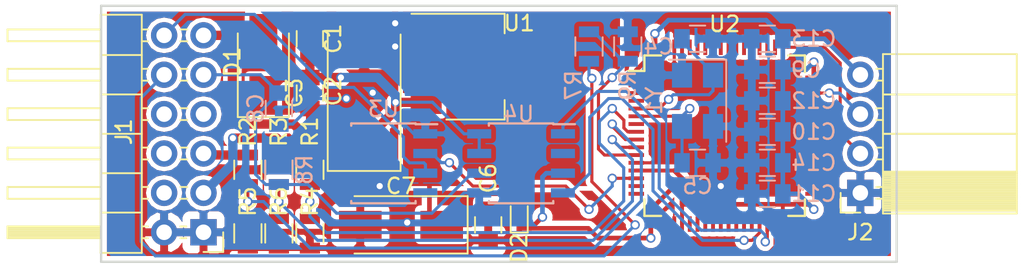
<source format=kicad_pcb>
(kicad_pcb (version 4) (host pcbnew 4.0.7-e2-6376~58~ubuntu16.04.1)
  (layers (0 F.Cu signal) (31 B.Cu signal) (34 B.Paste user) (35 F.Paste user) (36 B.SilkS user) (37 F.SilkS user) (38 B.Mask user) (39 F.Mask user) (44 Edge.Cuts user))
  (net 0 "")
  (net 1 GND)
  (net 2 "Net-(C4-Pad1)")
  (net 3 "Net-(C5-Pad1)")
  (net 4 /+3V3)
  (net 5 /ECU_solenoid)
  (net 6 /ECU_Vbatt)
  (net 7 /+3V3_STM)
  (net 8 /ECU_AUX)
  (net 9 /ECU_IGN)
  (net 10 /ECU_HALL_sensor+)
  (net 11 "Net-(J2-Pad2)")
  (net 12 "Net-(J2-Pad3)")
  (net 13 /ADC_Vbatt)
  (net 14 /ADC_IGN)
  (net 15 /ADC_AUX)
  (net 16 "Net-(R7-Pad1)")
  (net 17 /solenoid_driver)
  (net 18 /Kbus_Vbatt)
  (net 19 /ECU_Kbus)
  (net 20 /ECU_P/N)
  (net 21 "Net-(J1-Pad6)")
  (net 22 "Net-(J1-Pad7)")
  (net 23 /Transmission_control_module)
  (net 24 "Net-(U2-Pad2)")
  (net 25 "Net-(U2-Pad3)")
  (net 26 "Net-(U2-Pad4)")
  (net 27 "Net-(U2-Pad7)")
  (net 28 "Net-(U2-Pad15)")
  (net 29 "Net-(U2-Pad16)")
  (net 30 "Net-(U2-Pad17)")
  (net 31 "Net-(U2-Pad20)")
  (net 32 "Net-(U2-Pad21)")
  (net 33 "Net-(U2-Pad22)")
  (net 34 "Net-(U2-Pad23)")
  (net 35 "Net-(U2-Pad24)")
  (net 36 "Net-(U2-Pad25)")
  (net 37 "Net-(U2-Pad26)")
  (net 38 "Net-(U2-Pad27)")
  (net 39 "Net-(U2-Pad28)")
  (net 40 /stm2Kbus_UART_TX)
  (net 41 /stm2Kbus_UART_RX)
  (net 42 "Net-(U2-Pad33)")
  (net 43 "Net-(U2-Pad34)")
  (net 44 "Net-(U2-Pad35)")
  (net 45 "Net-(U2-Pad36)")
  (net 46 "Net-(U2-Pad37)")
  (net 47 "Net-(U2-Pad38)")
  (net 48 "Net-(U2-Pad39)")
  (net 49 "Net-(U2-Pad40)")
  (net 50 "Net-(U2-Pad41)")
  (net 51 "Net-(U2-Pad42)")
  (net 52 "Net-(U2-Pad43)")
  (net 53 "Net-(U2-Pad44)")
  (net 54 "Net-(U2-Pad45)")
  (net 55 "Net-(U2-Pad50)")
  (net 56 "Net-(U2-Pad51)")
  (net 57 "Net-(U2-Pad52)")
  (net 58 "Net-(U2-Pad53)")
  (net 59 "Net-(U2-Pad54)")
  (net 60 "Net-(U2-Pad55)")
  (net 61 "Net-(U2-Pad56)")
  (net 62 "Net-(U2-Pad57)")
  (net 63 "Net-(U2-Pad58)")
  (net 64 "Net-(U2-Pad59)")
  (net 65 "Net-(U2-Pad60)")
  (net 66 "Net-(U2-Pad61)")
  (net 67 "Net-(U2-Pad62)")
  (net 68 "Net-(U3-Pad4)")
  (net 69 "Net-(U4-Pad2)")
  (module Capacitors_SMD:C_0805 (layer F.Cu) (at 111 81.5 90)
    (fp_text reference C1 (at 0 1.5 90) (layer F.SilkS))
    (fp_text value 10nF)
    (pad 1 smd rect (at -1 0 90) (size 1 1.25) (layers F.Cu F.Paste F.Mask) (net 18 /Kbus_Vbatt))
    (pad 2 smd rect (at 1 0 90) (size 1 1.25) (layers F.Cu F.Paste F.Mask) (net 1 GND))
  )
  (module Capacitors_SMD:C_0805 (layer F.Cu) (at 111 85 270)
    (fp_text reference C3 (at 0 1 270) (layer F.SilkS))
    (fp_text value 100nF)
    (pad 1 smd rect (at -1 0 270) (size 1 1.25) (layers F.Cu F.Paste F.Mask) (net 18 /Kbus_Vbatt))
    (pad 2 smd rect (at 1 0 270) (size 1 1.25) (layers F.Cu F.Paste F.Mask) (net 1 GND))
  )
  (module Capacitors_SMD:C_0805 (layer B.Cu) (at 136 81.5)
    (fp_text reference C4 (at -2.5 0.5) (layer B.SilkS) (effects (justify mirror)))
    (fp_text value 16pF)
    (pad 1 smd rect (at -1 0) (size 1 1.25) (layers B.Cu B.Paste B.Mask) (net 2 "Net-(C4-Pad1)"))
    (pad 2 smd rect (at 1 0) (size 1 1.25) (layers B.Cu B.Paste B.Mask) (net 1 GND))
  )
  (module Capacitors_SMD:C_0805 (layer B.Cu) (at 136 89.5)
    (fp_text reference C5 (at 0 1.5) (layer B.SilkS) (effects (justify mirror)))
    (fp_text value 16pF)
    (pad 1 smd rect (at -1 0) (size 1 1.25) (layers B.Cu B.Paste B.Mask) (net 3 "Net-(C5-Pad1)"))
    (pad 2 smd rect (at 1 0) (size 1 1.25) (layers B.Cu B.Paste B.Mask) (net 1 GND))
  )
  (module Capacitors_SMD:C_0805 (layer F.Cu) (at 122.5 93.5 270)
    (fp_text reference C6 (at -3 0 270) (layer F.SilkS))
    (fp_text value 10uF)
    (pad 1 smd rect (at -1 0 270) (size 1 1.25) (layers F.Cu F.Paste F.Mask) (net 4 /+3V3))
    (pad 2 smd rect (at 1 0 270) (size 1 1.25) (layers F.Cu F.Paste F.Mask) (net 1 GND))
  )
  (module Capacitors_SMD:C_0805 (layer B.Cu) (at 140.5 83.5 180)
    (fp_text reference C9 (at -2.5 0 180) (layer B.SilkS) (effects (justify mirror)))
    (fp_text value 4.7uF)
    (pad 1 smd rect (at -1 0 180) (size 1 1.25) (layers B.Cu B.Paste B.Mask) (net 7 /+3V3_STM))
    (pad 2 smd rect (at 1 0 180) (size 1 1.25) (layers B.Cu B.Paste B.Mask) (net 1 GND))
  )
  (module Diodes_SMD:D_SMA (layer F.Cu) (at 108 83.153 90)
    (fp_text reference D1 (at 0.153 -2 90) (layer F.SilkS))
    (fp_text value SS22A-SS210A-Galaxy)
    (pad 1 smd rect (at -2 0 90) (size 2.5 1.8) (layers F.Cu F.Paste F.Mask) (net 18 /Kbus_Vbatt))
    (pad 2 smd rect (at 2 0 90) (size 2.5 1.8) (layers F.Cu F.Paste F.Mask) (net 6 /ECU_Vbatt))
  )
  (module Diodes_SMD:D_SC-80 (layer F.Cu) (at 124.5 93 90)
    (fp_text reference D2 (at -2 0 90) (layer F.SilkS))
    (fp_text value PMLL4148L.115)
    (pad 2 smd rect (at 0.725 0 90) (size 0.35 0.35) (layers F.Cu F.Paste F.Mask) (net 4 /+3V3))
    (pad 1 smd rect (at -0.725 0 90) (size 0.35 0.35) (layers F.Cu F.Paste F.Mask) (net 7 /+3V3_STM))
  )
  (module Pin_Headers:Pin_Header_Angled_2x06_Pitch2.54mm (layer F.Cu) (at 104.14 93.98 180)
    (fp_text reference J1 (at 5.14 6.48 270) (layer F.SilkS))
    (fp_text value Conn_02x06_Odd_Even)
    (pad 1 thru_hole rect (at 0 0 180) (size 1.7 1.7) (drill 1) (layers *.Cu *.Mask) (net 1 GND))
    (pad 2 thru_hole oval (at 2.54 0 180) (size 1.7 1.7) (drill 1) (layers *.Cu *.Mask) (net 1 GND))
    (pad 3 thru_hole oval (at 0 2.54 180) (size 1.7 1.7) (drill 1) (layers *.Cu *.Mask) (net 8 /ECU_AUX))
    (pad 4 thru_hole oval (at 2.54 2.54 180) (size 1.7 1.7) (drill 1) (layers *.Cu *.Mask) (net 20 /ECU_P/N))
    (pad 5 thru_hole oval (at 0 5.08 180) (size 1.7 1.7) (drill 1) (layers *.Cu *.Mask) (net 9 /ECU_IGN))
    (pad 6 thru_hole oval (at 2.54 5.08 180) (size 1.7 1.7) (drill 1) (layers *.Cu *.Mask) (net 21 "Net-(J1-Pad6)"))
    (pad 7 thru_hole oval (at 0 7.62 180) (size 1.7 1.7) (drill 1) (layers *.Cu *.Mask) (net 22 "Net-(J1-Pad7)"))
    (pad 8 thru_hole oval (at 2.54 7.62 180) (size 1.7 1.7) (drill 1) (layers *.Cu *.Mask) (net 23 /Transmission_control_module))
    (pad 9 thru_hole oval (at 0 10.16 180) (size 1.7 1.7) (drill 1) (layers *.Cu *.Mask) (net 19 /ECU_Kbus))
    (pad 10 thru_hole oval (at 2.54 10.16 180) (size 1.7 1.7) (drill 1) (layers *.Cu *.Mask) (net 10 /ECU_HALL_sensor+))
    (pad 11 thru_hole oval (at 0 12.7 180) (size 1.7 1.7) (drill 1) (layers *.Cu *.Mask) (net 6 /ECU_Vbatt))
    (pad 12 thru_hole oval (at 2.54 12.7 180) (size 1.7 1.7) (drill 1) (layers *.Cu *.Mask) (net 5 /ECU_solenoid))
  )
  (module Resistors_SMD:R_0805 (layer F.Cu) (at 111 89.95 90)
    (fp_text reference R1 (at 2.45 0 90) (layer F.SilkS))
    (fp_text value 9k)
    (pad 1 smd rect (at -0.95 0 90) (size 0.7 1.3) (layers F.Cu F.Paste F.Mask) (net 13 /ADC_Vbatt))
    (pad 2 smd rect (at 0.95 0 90) (size 0.7 1.3) (layers F.Cu F.Paste F.Mask) (net 6 /ECU_Vbatt))
  )
  (module Resistors_SMD:R_0805 (layer F.Cu) (at 107 89.95 90)
    (fp_text reference R2 (at 2.45 0 90) (layer F.SilkS))
    (fp_text value 9k)
    (pad 1 smd rect (at -0.95 0 90) (size 0.7 1.3) (layers F.Cu F.Paste F.Mask) (net 14 /ADC_IGN))
    (pad 2 smd rect (at 0.95 0 90) (size 0.7 1.3) (layers F.Cu F.Paste F.Mask) (net 9 /ECU_IGN))
  )
  (module Resistors_SMD:R_0805 (layer F.Cu) (at 109 89.95 90)
    (fp_text reference R3 (at 2.45 0 90) (layer F.SilkS))
    (fp_text value 9k)
    (pad 1 smd rect (at -0.95 0 90) (size 0.7 1.3) (layers F.Cu F.Paste F.Mask) (net 15 /ADC_AUX))
    (pad 2 smd rect (at 0.95 0 90) (size 0.7 1.3) (layers F.Cu F.Paste F.Mask) (net 8 /ECU_AUX))
  )
  (module Resistors_SMD:R_0805 (layer F.Cu) (at 111 94.05 90)
    (fp_text reference R4 (at 2.05 0 90) (layer F.SilkS))
    (fp_text value 2k2)
    (pad 1 smd rect (at -0.95 0 90) (size 0.7 1.3) (layers F.Cu F.Paste F.Mask) (net 1 GND))
    (pad 2 smd rect (at 0.95 0 90) (size 0.7 1.3) (layers F.Cu F.Paste F.Mask) (net 13 /ADC_Vbatt))
  )
  (module Resistors_SMD:R_0805 (layer F.Cu) (at 107 94.05 90)
    (fp_text reference R5 (at 2.05 0 90) (layer F.SilkS))
    (fp_text value 2k2)
    (pad 1 smd rect (at -0.95 0 90) (size 0.7 1.3) (layers F.Cu F.Paste F.Mask) (net 1 GND))
    (pad 2 smd rect (at 0.95 0 90) (size 0.7 1.3) (layers F.Cu F.Paste F.Mask) (net 14 /ADC_IGN))
  )
  (module Resistors_SMD:R_0805 (layer F.Cu) (at 109 94.05 90)
    (fp_text reference R6 (at 2.05 0 90) (layer F.SilkS))
    (fp_text value 2k2)
    (pad 1 smd rect (at -0.95 0 90) (size 0.7 1.3) (layers F.Cu F.Paste F.Mask) (net 1 GND))
    (pad 2 smd rect (at 0.95 0 90) (size 0.7 1.3) (layers F.Cu F.Paste F.Mask) (net 15 /ADC_AUX))
  )
  (module Resistors_SMD:R_0805 (layer B.Cu) (at 129 82 270)
    (fp_text reference R7 (at 2.5 1 270) (layer B.SilkS) (effects (justify mirror)))
    (fp_text value 1k)
    (pad 1 smd rect (at -0.95 0 270) (size 0.7 1.3) (layers B.Cu B.Paste B.Mask) (net 16 "Net-(R7-Pad1)"))
    (pad 2 smd rect (at 0.95 0 270) (size 0.7 1.3) (layers B.Cu B.Paste B.Mask) (net 10 /ECU_HALL_sensor+))
  )
  (module Resistors_SMD:R_0805 (layer B.Cu) (at 109 89.95 90)
    (fp_text reference R8 (at 0 1.65 90) (layer B.SilkS) (effects (justify mirror)))
    (fp_text value 1k)
    (pad 1 smd rect (at -0.95 0 90) (size 0.7 1.3) (layers B.Cu B.Paste B.Mask) (net 19 /ECU_Kbus))
    (pad 2 smd rect (at 0.95 0 90) (size 0.7 1.3) (layers B.Cu B.Paste B.Mask) (net 18 /Kbus_Vbatt))
  )
  (module TO_SOT_Packages_SMD:SOT-223-3_TabPin2 (layer F.Cu) (at 121.65 83.3)
    (fp_text reference U1 (at 2.85 -2.8) (layer F.SilkS))
    (fp_text value LD1117S33TR_SOT223)
    (pad 2 smd rect (at 3.15 0) (size 2 3.8) (layers F.Cu F.Paste F.Mask) (net 4 /+3V3))
    (pad 2 smd rect (at -3.15 0) (size 2 1.5) (layers F.Cu F.Paste F.Mask) (net 4 /+3V3))
    (pad 3 smd rect (at -3.15 2.3) (size 2 1.5) (layers F.Cu F.Paste F.Mask) (net 18 /Kbus_Vbatt))
    (pad 1 smd rect (at -3.15 -2.3) (size 2 1.5) (layers F.Cu F.Paste F.Mask) (net 1 GND))
  )
  (module Housings_QFP:LQFP-64_10x10mm_Pitch0.5mm (layer F.Cu) (at 137.75 87.75)
    (fp_text reference U2 (at 0 -7.2) (layer F.SilkS))
    (fp_text value STM32F105RBTx)
    (pad 1 smd rect (at -5.7 -3.75) (size 1 0.25) (layers F.Cu F.Paste F.Mask) (net 7 /+3V3_STM))
    (pad 2 smd rect (at -5.7 -3.25) (size 1 0.25) (layers F.Cu F.Paste F.Mask) (net 24 "Net-(U2-Pad2)"))
    (pad 3 smd rect (at -5.7 -2.75) (size 1 0.25) (layers F.Cu F.Paste F.Mask) (net 25 "Net-(U2-Pad3)"))
    (pad 4 smd rect (at -5.7 -2.25) (size 1 0.25) (layers F.Cu F.Paste F.Mask) (net 26 "Net-(U2-Pad4)"))
    (pad 5 smd rect (at -5.7 -1.75) (size 1 0.25) (layers F.Cu F.Paste F.Mask) (net 2 "Net-(C4-Pad1)"))
    (pad 6 smd rect (at -5.7 -1.25) (size 1 0.25) (layers F.Cu F.Paste F.Mask) (net 3 "Net-(C5-Pad1)"))
    (pad 7 smd rect (at -5.7 -0.75) (size 1 0.25) (layers F.Cu F.Paste F.Mask) (net 27 "Net-(U2-Pad7)"))
    (pad 8 smd rect (at -5.7 -0.25) (size 1 0.25) (layers F.Cu F.Paste F.Mask) (net 13 /ADC_Vbatt))
    (pad 9 smd rect (at -5.7 0.25) (size 1 0.25) (layers F.Cu F.Paste F.Mask) (net 14 /ADC_IGN))
    (pad 10 smd rect (at -5.7 0.75) (size 1 0.25) (layers F.Cu F.Paste F.Mask) (net 15 /ADC_AUX))
    (pad 11 smd rect (at -5.7 1.25) (size 1 0.25) (layers F.Cu F.Paste F.Mask) (net 16 "Net-(R7-Pad1)"))
    (pad 12 smd rect (at -5.7 1.75) (size 1 0.25) (layers F.Cu F.Paste F.Mask) (net 1 GND))
    (pad 13 smd rect (at -5.7 2.25) (size 1 0.25) (layers F.Cu F.Paste F.Mask) (net 7 /+3V3_STM))
    (pad 14 smd rect (at -5.7 2.75) (size 1 0.25) (layers F.Cu F.Paste F.Mask) (net 17 /solenoid_driver))
    (pad 15 smd rect (at -5.7 3.25) (size 1 0.25) (layers F.Cu F.Paste F.Mask) (net 28 "Net-(U2-Pad15)"))
    (pad 16 smd rect (at -5.7 3.75) (size 1 0.25) (layers F.Cu F.Paste F.Mask) (net 29 "Net-(U2-Pad16)"))
    (pad 17 smd rect (at -3.75 5.7 90) (size 1 0.25) (layers F.Cu F.Paste F.Mask) (net 30 "Net-(U2-Pad17)"))
    (pad 18 smd rect (at -3.25 5.7 90) (size 1 0.25) (layers F.Cu F.Paste F.Mask) (net 1 GND))
    (pad 19 smd rect (at -2.75 5.7 90) (size 1 0.25) (layers F.Cu F.Paste F.Mask) (net 7 /+3V3_STM))
    (pad 20 smd rect (at -2.25 5.7 90) (size 1 0.25) (layers F.Cu F.Paste F.Mask) (net 31 "Net-(U2-Pad20)"))
    (pad 21 smd rect (at -1.75 5.7 90) (size 1 0.25) (layers F.Cu F.Paste F.Mask) (net 32 "Net-(U2-Pad21)"))
    (pad 22 smd rect (at -1.25 5.7 90) (size 1 0.25) (layers F.Cu F.Paste F.Mask) (net 33 "Net-(U2-Pad22)"))
    (pad 23 smd rect (at -0.75 5.7 90) (size 1 0.25) (layers F.Cu F.Paste F.Mask) (net 34 "Net-(U2-Pad23)"))
    (pad 24 smd rect (at -0.25 5.7 90) (size 1 0.25) (layers F.Cu F.Paste F.Mask) (net 35 "Net-(U2-Pad24)"))
    (pad 25 smd rect (at 0.25 5.7 90) (size 1 0.25) (layers F.Cu F.Paste F.Mask) (net 36 "Net-(U2-Pad25)"))
    (pad 26 smd rect (at 0.75 5.7 90) (size 1 0.25) (layers F.Cu F.Paste F.Mask) (net 37 "Net-(U2-Pad26)"))
    (pad 27 smd rect (at 1.25 5.7 90) (size 1 0.25) (layers F.Cu F.Paste F.Mask) (net 38 "Net-(U2-Pad27)"))
    (pad 28 smd rect (at 1.75 5.7 90) (size 1 0.25) (layers F.Cu F.Paste F.Mask) (net 39 "Net-(U2-Pad28)"))
    (pad 29 smd rect (at 2.25 5.7 90) (size 1 0.25) (layers F.Cu F.Paste F.Mask) (net 40 /stm2Kbus_UART_TX))
    (pad 30 smd rect (at 2.75 5.7 90) (size 1 0.25) (layers F.Cu F.Paste F.Mask) (net 41 /stm2Kbus_UART_RX))
    (pad 31 smd rect (at 3.25 5.7 90) (size 1 0.25) (layers F.Cu F.Paste F.Mask) (net 1 GND))
    (pad 32 smd rect (at 3.75 5.7 90) (size 1 0.25) (layers F.Cu F.Paste F.Mask) (net 7 /+3V3_STM))
    (pad 33 smd rect (at 5.7 3.75) (size 1 0.25) (layers F.Cu F.Paste F.Mask) (net 42 "Net-(U2-Pad33)"))
    (pad 34 smd rect (at 5.7 3.25) (size 1 0.25) (layers F.Cu F.Paste F.Mask) (net 43 "Net-(U2-Pad34)"))
    (pad 35 smd rect (at 5.7 2.75) (size 1 0.25) (layers F.Cu F.Paste F.Mask) (net 44 "Net-(U2-Pad35)"))
    (pad 36 smd rect (at 5.7 2.25) (size 1 0.25) (layers F.Cu F.Paste F.Mask) (net 45 "Net-(U2-Pad36)"))
    (pad 37 smd rect (at 5.7 1.75) (size 1 0.25) (layers F.Cu F.Paste F.Mask) (net 46 "Net-(U2-Pad37)"))
    (pad 38 smd rect (at 5.7 1.25) (size 1 0.25) (layers F.Cu F.Paste F.Mask) (net 47 "Net-(U2-Pad38)"))
    (pad 39 smd rect (at 5.7 0.75) (size 1 0.25) (layers F.Cu F.Paste F.Mask) (net 48 "Net-(U2-Pad39)"))
    (pad 40 smd rect (at 5.7 0.25) (size 1 0.25) (layers F.Cu F.Paste F.Mask) (net 49 "Net-(U2-Pad40)"))
    (pad 41 smd rect (at 5.7 -0.25) (size 1 0.25) (layers F.Cu F.Paste F.Mask) (net 50 "Net-(U2-Pad41)"))
    (pad 42 smd rect (at 5.7 -0.75) (size 1 0.25) (layers F.Cu F.Paste F.Mask) (net 51 "Net-(U2-Pad42)"))
    (pad 43 smd rect (at 5.7 -1.25) (size 1 0.25) (layers F.Cu F.Paste F.Mask) (net 52 "Net-(U2-Pad43)"))
    (pad 44 smd rect (at 5.7 -1.75) (size 1 0.25) (layers F.Cu F.Paste F.Mask) (net 53 "Net-(U2-Pad44)"))
    (pad 45 smd rect (at 5.7 -2.25) (size 1 0.25) (layers F.Cu F.Paste F.Mask) (net 54 "Net-(U2-Pad45)"))
    (pad 46 smd rect (at 5.7 -2.75) (size 1 0.25) (layers F.Cu F.Paste F.Mask) (net 12 "Net-(J2-Pad3)"))
    (pad 47 smd rect (at 5.7 -3.25) (size 1 0.25) (layers F.Cu F.Paste F.Mask) (net 1 GND))
    (pad 48 smd rect (at 5.7 -3.75) (size 1 0.25) (layers F.Cu F.Paste F.Mask) (net 7 /+3V3_STM))
    (pad 49 smd rect (at 3.75 -5.7 90) (size 1 0.25) (layers F.Cu F.Paste F.Mask) (net 11 "Net-(J2-Pad2)"))
    (pad 50 smd rect (at 3.25 -5.7 90) (size 1 0.25) (layers F.Cu F.Paste F.Mask) (net 55 "Net-(U2-Pad50)"))
    (pad 51 smd rect (at 2.75 -5.7 90) (size 1 0.25) (layers F.Cu F.Paste F.Mask) (net 56 "Net-(U2-Pad51)"))
    (pad 52 smd rect (at 2.25 -5.7 90) (size 1 0.25) (layers F.Cu F.Paste F.Mask) (net 57 "Net-(U2-Pad52)"))
    (pad 53 smd rect (at 1.75 -5.7 90) (size 1 0.25) (layers F.Cu F.Paste F.Mask) (net 58 "Net-(U2-Pad53)"))
    (pad 54 smd rect (at 1.25 -5.7 90) (size 1 0.25) (layers F.Cu F.Paste F.Mask) (net 59 "Net-(U2-Pad54)"))
    (pad 55 smd rect (at 0.75 -5.7 90) (size 1 0.25) (layers F.Cu F.Paste F.Mask) (net 60 "Net-(U2-Pad55)"))
    (pad 56 smd rect (at 0.25 -5.7 90) (size 1 0.25) (layers F.Cu F.Paste F.Mask) (net 61 "Net-(U2-Pad56)"))
    (pad 57 smd rect (at -0.25 -5.7 90) (size 1 0.25) (layers F.Cu F.Paste F.Mask) (net 62 "Net-(U2-Pad57)"))
    (pad 58 smd rect (at -0.75 -5.7 90) (size 1 0.25) (layers F.Cu F.Paste F.Mask) (net 63 "Net-(U2-Pad58)"))
    (pad 59 smd rect (at -1.25 -5.7 90) (size 1 0.25) (layers F.Cu F.Paste F.Mask) (net 64 "Net-(U2-Pad59)"))
    (pad 60 smd rect (at -1.75 -5.7 90) (size 1 0.25) (layers F.Cu F.Paste F.Mask) (net 65 "Net-(U2-Pad60)"))
    (pad 61 smd rect (at -2.25 -5.7 90) (size 1 0.25) (layers F.Cu F.Paste F.Mask) (net 66 "Net-(U2-Pad61)"))
    (pad 62 smd rect (at -2.75 -5.7 90) (size 1 0.25) (layers F.Cu F.Paste F.Mask) (net 67 "Net-(U2-Pad62)"))
    (pad 63 smd rect (at -3.25 -5.7 90) (size 1 0.25) (layers F.Cu F.Paste F.Mask) (net 1 GND))
    (pad 64 smd rect (at -3.75 -5.7 90) (size 1 0.25) (layers F.Cu F.Paste F.Mask) (net 7 /+3V3_STM))
  )
  (module Housings_SOIC:SOIC-8_3.9x4.9mm_Pitch1.27mm (layer B.Cu) (at 124.62 89.535 180)
    (fp_text reference U4 (at 0.16 3.175 180) (layer B.SilkS) (effects (justify mirror)))
    (fp_text value E-L9637D)
    (pad 1 smd rect (at -2.7 1.905 180) (size 1.55 0.6) (layers B.Cu B.Paste B.Mask) (net 41 /stm2Kbus_UART_RX))
    (pad 2 smd rect (at -2.7 0.635 180) (size 1.55 0.6) (layers B.Cu B.Paste B.Mask) (net 69 "Net-(U4-Pad2)"))
    (pad 3 smd rect (at -2.7 -0.635 180) (size 1.55 0.6) (layers B.Cu B.Paste B.Mask) (net 7 /+3V3_STM))
    (pad 4 smd rect (at -2.7 -1.905 180) (size 1.55 0.6) (layers B.Cu B.Paste B.Mask) (net 40 /stm2Kbus_UART_TX))
    (pad 5 smd rect (at 2.7 -1.905 180) (size 1.55 0.6) (layers B.Cu B.Paste B.Mask) (net 1 GND))
    (pad 6 smd rect (at 2.7 -0.635 180) (size 1.55 0.6) (layers B.Cu B.Paste B.Mask) (net 19 /ECU_Kbus))
    (pad 7 smd rect (at 2.7 0.635 180) (size 1.55 0.6) (layers B.Cu B.Paste B.Mask) (net 18 /Kbus_Vbatt))
    (pad 8 smd rect (at 2.7 1.905 180) (size 1.55 0.6) (layers B.Cu B.Paste B.Mask) (net 18 /Kbus_Vbatt))
  )
  (module Crystals:Crystal_SMD_5032-4pin_5.0x3.2mm (layer B.Cu) (at 136 85.5 270)
    (fp_text reference Y1 (at 0 2.8 270) (layer B.SilkS) (effects (justify mirror)))
    (fp_text value "Crystal KX-9A")
    (pad 1 smd rect (at -1.65 -1 270) (size 1.6 1.3) (layers B.Cu B.Paste B.Mask) (net 2 "Net-(C4-Pad1)"))
    (pad 2 smd rect (at 1.65 -1 270) (size 1.6 1.3) (layers B.Cu B.Paste B.Mask) (net 1 GND))
    (pad 3 smd rect (at 1.65 1 270) (size 1.6 1.3) (layers B.Cu B.Paste B.Mask) (net 3 "Net-(C5-Pad1)"))
    (pad 4 smd rect (at -1.65 1 270) (size 1.6 1.3) (layers B.Cu B.Paste B.Mask) (net 1 GND))
  )
  (module Capacitors_Tantalum_SMD:CP_Tantalum_Case-X_EIA-7343-43_Wave (layer F.Cu) (at 114.5 84.875 90)
    (fp_text reference C2 (at 0 -2 90) (layer F.SilkS))
    (fp_text value "220uF x 30V")
    (pad 1 smd rect (at -3.375 0 90) (size 2.95 2.7) (layers F.Cu F.Paste F.Mask) (net 18 /Kbus_Vbatt))
    (pad 2 smd rect (at 3.375 0 90) (size 2.95 2.7) (layers F.Cu F.Paste F.Mask) (net 1 GND))
  )
  (module Capacitors_Tantalum_SMD:CP_Tantalum_Case-C_EIA-6032-28_Wave (layer F.Cu) (at 116.875 93.5 180)
    (fp_text reference C7 (at 0 2.5 180) (layer F.SilkS))
    (fp_text value "47uF x 16V")
    (pad 1 smd rect (at -2.625 0 180) (size 2.75 1.8) (layers F.Cu F.Paste F.Mask) (net 4 /+3V3))
    (pad 2 smd rect (at 2.625 0 180) (size 2.75 1.8) (layers F.Cu F.Paste F.Mask) (net 1 GND))
  )
  (module Resistors_SMD:R_0805 (layer B.Cu) (at 131.5 82 270)
    (fp_text reference R9 (at 2.5 0 270) (layer B.SilkS) (effects (justify mirror)))
    (fp_text value 1k)
    (pad 1 smd rect (at -0.95 0 270) (size 0.7 1.3) (layers B.Cu B.Paste B.Mask) (net 1 GND))
    (pad 2 smd rect (at 0.95 0 270) (size 0.7 1.3) (layers B.Cu B.Paste B.Mask) (net 16 "Net-(R7-Pad1)"))
  )
  (module Capacitors_SMD:C_0805 (layer B.Cu) (at 109 86 270)
    (fp_text reference C8 (at 0 1.5 270) (layer B.SilkS) (effects (justify mirror)))
    (fp_text value 1nF)
    (pad 1 smd rect (at -1 0 270) (size 1 1.25) (layers B.Cu B.Paste B.Mask) (net 19 /ECU_Kbus))
    (pad 2 smd rect (at 1 0 270) (size 1 1.25) (layers B.Cu B.Paste B.Mask) (net 1 GND))
  )
  (module Capacitors_SMD:C_0805 (layer B.Cu) (at 140.5 87.5 180)
    (fp_text reference C10 (at -3 0 180) (layer B.SilkS) (effects (justify mirror)))
    (fp_text value 100nF)
    (pad 1 smd rect (at -1 0 180) (size 1 1.25) (layers B.Cu B.Paste B.Mask) (net 7 /+3V3_STM))
    (pad 2 smd rect (at 1 0 180) (size 1 1.25) (layers B.Cu B.Paste B.Mask) (net 1 GND))
  )
  (module Capacitors_SMD:C_0805 (layer B.Cu) (at 140.5 91.5 180)
    (fp_text reference C11 (at -3 0 180) (layer B.SilkS) (effects (justify mirror)))
    (fp_text value 100nF)
    (pad 1 smd rect (at -1 0 180) (size 1 1.25) (layers B.Cu B.Paste B.Mask) (net 7 /+3V3_STM))
    (pad 2 smd rect (at 1 0 180) (size 1 1.25) (layers B.Cu B.Paste B.Mask) (net 1 GND))
  )
  (module Capacitors_SMD:C_0805 (layer B.Cu) (at 140.5 85.5 180)
    (fp_text reference C12 (at -3 0 180) (layer B.SilkS) (effects (justify mirror)))
    (fp_text value 100nF)
    (pad 1 smd rect (at -1 0 180) (size 1 1.25) (layers B.Cu B.Paste B.Mask) (net 7 /+3V3_STM))
    (pad 2 smd rect (at 1 0 180) (size 1 1.25) (layers B.Cu B.Paste B.Mask) (net 1 GND))
  )
  (module Capacitors_SMD:C_0805 (layer B.Cu) (at 140.5 81.5 180)
    (fp_text reference C13 (at -3 0 180) (layer B.SilkS) (effects (justify mirror)))
    (fp_text value 100nF)
    (pad 1 smd rect (at -1 0 180) (size 1 1.25) (layers B.Cu B.Paste B.Mask) (net 7 /+3V3_STM))
    (pad 2 smd rect (at 1 0 180) (size 1 1.25) (layers B.Cu B.Paste B.Mask) (net 1 GND))
  )
  (module Capacitors_SMD:C_0805 (layer B.Cu) (at 140.5 89.5 180)
    (fp_text reference C14 (at -3 0 180) (layer B.SilkS) (effects (justify mirror)))
    (fp_text value 100nF)
    (pad 1 smd rect (at -1 0 180) (size 1 1.25) (layers B.Cu B.Paste B.Mask) (net 7 /+3V3_STM))
    (pad 2 smd rect (at 1 0 180) (size 1 1.25) (layers B.Cu B.Paste B.Mask) (net 1 GND))
  )
  (module Housings_SOIC:SOIC-8_3.9x4.9mm_Pitch1.27mm (layer B.Cu) (at 115.742 89.535 180)
    (fp_text reference U3 (at 0 3.5 180) (layer B.SilkS) (effects (justify mirror)))
    (fp_text value BSP742R)
    (pad 1 smd rect (at -2.7 1.905 180) (size 1.55 0.6) (layers B.Cu B.Paste B.Mask) (net 1 GND))
    (pad 2 smd rect (at -2.7 0.635 180) (size 1.55 0.6) (layers B.Cu B.Paste B.Mask) (net 17 /solenoid_driver))
    (pad 3 smd rect (at -2.7 -0.635 180) (size 1.55 0.6) (layers B.Cu B.Paste B.Mask) (net 5 /ECU_solenoid))
    (pad 4 smd rect (at -2.7 -1.905 180) (size 1.55 0.6) (layers B.Cu B.Paste B.Mask) (net 68 "Net-(U3-Pad4)"))
    (pad 5 smd rect (at 2.7 -1.905 180) (size 1.55 0.6) (layers B.Cu B.Paste B.Mask) (net 18 /Kbus_Vbatt))
    (pad 6 smd rect (at 2.7 -0.635 180) (size 1.55 0.6) (layers B.Cu B.Paste B.Mask) (net 18 /Kbus_Vbatt))
    (pad 7 smd rect (at 2.7 0.635 180) (size 1.55 0.6) (layers B.Cu B.Paste B.Mask) (net 18 /Kbus_Vbatt))
    (pad 8 smd rect (at 2.7 1.905 180) (size 1.55 0.6) (layers B.Cu B.Paste B.Mask) (net 18 /Kbus_Vbatt))
  )
  (module Socket_Strips:Socket_Strip_Angled_1x04_Pitch2.54mm (layer F.Cu) (at 146.5 91.44 180)
    (fp_text reference J2 (at 0 -2.54 180) (layer F.SilkS))
    (fp_text value Conn_01x04_Male)
    (pad 1 thru_hole rect (at 0 0 180) (size 1.7 1.7) (drill 1) (layers *.Cu *.Mask) (net 1 GND))
    (pad 2 thru_hole oval (at 0 2.54 180) (size 1.7 1.7) (drill 1) (layers *.Cu *.Mask) (net 11 "Net-(J2-Pad2)"))
    (pad 3 thru_hole oval (at 0 5.08 180) (size 1.7 1.7) (drill 1) (layers *.Cu *.Mask) (net 12 "Net-(J2-Pad3)"))
    (pad 4 thru_hole oval (at 0 7.62 180) (size 1.7 1.7) (drill 1) (layers *.Cu *.Mask) (net 7 /+3V3_STM))
  )
  (gr_line (start 148.844 79.375) (end 148.844 95.885) (layer Edge.Cuts) (width 0.15))
  (gr_line (start 97.536 95.885) (end 148.844 95.885) (layer Edge.Cuts) (width 0.15))
  (gr_line (start 97.536 79.375) (end 148.844 79.375) (layer Edge.Cuts) (width 0.15))
  (gr_line (start 97.536 95.885) (end 97.536 79.375) (layer Edge.Cuts) (width 0.15))
  (segment (start 124.5 83) (end 124.5 89.335) (width 0.2) (layer B.Cu) (net 1))
  (segment (start 124.5 89.335) (end 122.395 91.44) (width 0.2) (layer B.Cu) (net 1))
  (segment (start 122.395 91.44) (end 121.92 91.44) (width 0.2) (layer B.Cu) (net 1))
  (segment (start 127 80.5) (end 124.5 83) (width 0.2) (layer B.Cu) (net 1))
  (segment (start 146.5 91.44) (end 146.5 92.49) (width 0.2) (layer B.Cu) (net 1))
  (segment (start 146.5 92.49) (end 145.739037 93.250963) (width 0.2) (layer B.Cu) (net 1))
  (segment (start 145.739037 93.250963) (end 141.125963 93.250963) (width 0.2) (layer B.Cu) (net 1))
  (segment (start 141.125963 93.250963) (end 139.5 91.625) (width 0.2) (layer B.Cu) (net 1))
  (segment (start 139.5 91.625) (end 139.5 91.5) (width 0.2) (layer B.Cu) (net 1))
  (segment (start 140.88935 95) (end 143.99 95) (width 0.2) (layer F.Cu) (net 1))
  (segment (start 146.5 92.49) (end 146.5 91.44) (width 0.2) (layer F.Cu) (net 1))
  (segment (start 143.99 95) (end 146.5 92.49) (width 0.2) (layer F.Cu) (net 1))
  (segment (start 140.592876 95.296474) (end 140.88935 95) (width 0.2) (layer F.Cu) (net 1))
  (segment (start 140.88935 95) (end 141 94.88935) (width 0.2) (layer F.Cu) (net 1))
  (segment (start 120.945 91.44) (end 119.034581 93.350419) (width 0.2) (layer B.Cu) (net 1))
  (segment (start 117.700503 93.350419) (end 117.276239 93.350419) (width 0.2) (layer B.Cu) (net 1))
  (segment (start 121.92 91.44) (end 120.945 91.44) (width 0.2) (layer B.Cu) (net 1))
  (segment (start 117.126658 93.5) (end 117.276239 93.350419) (width 0.2) (layer F.Cu) (net 1))
  (segment (start 114.25 93.5) (end 117.126658 93.5) (width 0.2) (layer F.Cu) (net 1))
  (segment (start 119.034581 93.350419) (end 117.700503 93.350419) (width 0.2) (layer B.Cu) (net 1))
  (via (at 117.276239 93.350419) (size 0.6) (drill 0.4) (layers F.Cu B.Cu) (net 1))
  (segment (start 109 87) (end 109.889274 87) (width 0.2) (layer B.Cu) (net 1))
  (segment (start 109.889274 87) (end 111.530975 85.358299) (width 0.2) (layer B.Cu) (net 1))
  (segment (start 111.530975 85.358299) (end 113.351094 85.358299) (width 0.2) (layer B.Cu) (net 1))
  (segment (start 113.351094 85.358299) (end 113.35531 85.354083) (width 0.2) (layer B.Cu) (net 1))
  (segment (start 114.5 84.427631) (end 114.752385 84.680016) (width 0.3) (layer F.Cu) (net 1))
  (segment (start 114.5 81.5) (end 114.5 84.427631) (width 0.3) (layer F.Cu) (net 1))
  (segment (start 114.678316 85.354083) (end 114.752385 85.280014) (width 0.3) (layer F.Cu) (net 1))
  (segment (start 118.454 87.63) (end 117.702369 87.63) (width 0.2) (layer B.Cu) (net 1))
  (segment (start 113.35531 85.354083) (end 114.678316 85.354083) (width 0.3) (layer F.Cu) (net 1))
  (segment (start 114.752385 84.680016) (end 115.052384 84.980015) (width 0.3) (layer F.Cu) (net 1))
  (via (at 115.052384 84.980015) (size 0.6) (drill 0.4) (layers F.Cu B.Cu) (net 1))
  (segment (start 117.702369 87.63) (end 115.352383 85.280014) (width 0.2) (layer B.Cu) (net 1))
  (segment (start 114.752385 85.280014) (end 115.052384 84.980015) (width 0.3) (layer F.Cu) (net 1))
  (segment (start 115.352383 85.280014) (end 115.052384 84.980015) (width 0.2) (layer B.Cu) (net 1))
  (segment (start 112.709393 86) (end 113.055311 85.654082) (width 0.3) (layer F.Cu) (net 1))
  (segment (start 111 86) (end 112.709393 86) (width 0.3) (layer F.Cu) (net 1))
  (segment (start 113.055311 85.654082) (end 113.35531 85.354083) (width 0.3) (layer F.Cu) (net 1))
  (via (at 113.35531 85.354083) (size 0.6) (drill 0.4) (layers F.Cu B.Cu) (net 1))
  (segment (start 114.5 81.5) (end 114.822385 81.177615) (width 0.2) (layer F.Cu) (net 1))
  (segment (start 114.822385 81.177615) (end 118.322385 81.177615) (width 0.2) (layer F.Cu) (net 1))
  (segment (start 118.322385 81.177615) (end 118.5 81) (width 0.2) (layer F.Cu) (net 1))
  (segment (start 118.5 81) (end 118.479209 80.979209) (width 0.2) (layer F.Cu) (net 1))
  (segment (start 118.479209 80.979209) (end 116.979209 80.979209) (width 0.2) (layer F.Cu) (net 1))
  (segment (start 116.979209 80.979209) (end 116.5 80.5) (width 0.2) (layer F.Cu) (net 1))
  (segment (start 116.5 82) (end 116.074427 81.574427) (width 0.2) (layer F.Cu) (net 1))
  (segment (start 116.074427 81.574427) (end 114.574427 81.574427) (width 0.2) (layer F.Cu) (net 1))
  (segment (start 114.574427 81.574427) (end 114.5 81.5) (width 0.2) (layer F.Cu) (net 1))
  (segment (start 111 80.5) (end 111.920571 80.5) (width 0.2) (layer F.Cu) (net 1))
  (segment (start 111.920571 80.5) (end 112.912329 81.491758) (width 0.2) (layer F.Cu) (net 1))
  (segment (start 114.491758 81.491758) (end 114.5 81.5) (width 0.2) (layer F.Cu) (net 1))
  (segment (start 112.912329 81.491758) (end 114.491758 81.491758) (width 0.2) (layer F.Cu) (net 1))
  (segment (start 116.5 82) (end 116.5 80.5) (width 0.2) (layer F.Cu) (net 1))
  (segment (start 104.14 93.98) (end 105.19 93.98) (width 0.2) (layer F.Cu) (net 1))
  (segment (start 105.19 93.98) (end 106.21 95) (width 0.2) (layer F.Cu) (net 1))
  (segment (start 106.21 95) (end 107 95) (width 0.2) (layer F.Cu) (net 1))
  (segment (start 137.5 91) (end 135.5 89) (width 0.2) (layer F.Cu) (net 1))
  (segment (start 135.5 89) (end 136.5 88) (width 0.2) (layer F.Cu) (net 1))
  (segment (start 140.5 84) (end 136.5 88) (width 0.2) (layer F.Cu) (net 1))
  (segment (start 136.5 88) (end 135.100009 89.399991) (width 0.2) (layer F.Cu) (net 1))
  (segment (start 139.5 91.5) (end 138 91.5) (width 0.2) (layer B.Cu) (net 1))
  (via (at 137.5 91) (size 0.6) (drill 0.4) (layers F.Cu B.Cu) (net 1))
  (segment (start 138 91.5) (end 137.5 91) (width 0.2) (layer B.Cu) (net 1))
  (segment (start 137 89.5) (end 139.5 89.5) (width 0.2) (layer B.Cu) (net 1))
  (segment (start 137 81.5) (end 139.5 81.5) (width 0.2) (layer B.Cu) (net 1))
  (segment (start 139.5 91.5) (end 139.5 89.5) (width 0.2) (layer B.Cu) (net 1))
  (segment (start 139.5 89.5) (end 139.5 87.5) (width 0.2) (layer B.Cu) (net 1))
  (segment (start 139.5 87.5) (end 139.5 85.5) (width 0.2) (layer B.Cu) (net 1))
  (segment (start 139.5 85.5) (end 139.5 83.5) (width 0.2) (layer B.Cu) (net 1))
  (segment (start 139.5 81.5) (end 139.5 83.5) (width 0.2) (layer B.Cu) (net 1))
  (segment (start 137 89.5) (end 137 87.15) (width 0.2) (layer B.Cu) (net 1))
  (segment (start 134.5 94.5) (end 135.296474 95.296474) (width 0.2) (layer F.Cu) (net 1))
  (segment (start 135.296474 95.296474) (end 140.592876 95.296474) (width 0.2) (layer F.Cu) (net 1))
  (segment (start 141 94.88935) (end 141 94.5) (width 0.2) (layer F.Cu) (net 1))
  (segment (start 116.5 80.5) (end 127 80.5) (width 0.2) (layer B.Cu) (net 1))
  (segment (start 131.5 80.345646) (end 131.5 81.05) (width 0.2) (layer B.Cu) (net 1))
  (segment (start 127 80.5) (end 127.5 80) (width 0.2) (layer B.Cu) (net 1))
  (segment (start 127.5 80) (end 131.154354 80) (width 0.2) (layer B.Cu) (net 1))
  (segment (start 131.154354 80) (end 131.5 80.345646) (width 0.2) (layer B.Cu) (net 1))
  (via (at 116.5 82) (size 0.6) (drill 0.4) (layers F.Cu B.Cu) (net 1))
  (via (at 116.5 80.5) (size 0.6) (drill 0.4) (layers F.Cu B.Cu) (net 1))
  (segment (start 129.484788 95.103056) (end 133.896944 95.103056) (width 0.2) (layer F.Cu) (net 1))
  (segment (start 133.896944 95.103056) (end 134.5 94.5) (width 0.2) (layer F.Cu) (net 1))
  (segment (start 122.5 94.5) (end 128.881732 94.5) (width 0.2) (layer F.Cu) (net 1))
  (segment (start 128.881732 94.5) (end 129.484788 95.103056) (width 0.2) (layer F.Cu) (net 1))
  (segment (start 122.5 94.5) (end 121.675 94.5) (width 0.2) (layer F.Cu) (net 1))
  (segment (start 121.675 94.5) (end 121.324999 94.850001) (width 0.2) (layer F.Cu) (net 1))
  (segment (start 121.324999 94.850001) (end 117.175001 94.850001) (width 0.2) (layer F.Cu) (net 1))
  (segment (start 114.25 93.5) (end 115.825 93.5) (width 0.2) (layer F.Cu) (net 1))
  (segment (start 115.825 93.5) (end 117.175001 94.850001) (width 0.2) (layer F.Cu) (net 1))
  (segment (start 141 94.5) (end 141 93.45) (width 0.2) (layer F.Cu) (net 1))
  (segment (start 134.5 94.5) (end 134.5 93.45) (width 0.2) (layer F.Cu) (net 1))
  (segment (start 111 95) (end 113.85 95) (width 0.2) (layer F.Cu) (net 1))
  (segment (start 113.85 95) (end 114.25 94.6) (width 0.2) (layer F.Cu) (net 1))
  (segment (start 114.25 94.6) (end 114.25 93.5) (width 0.2) (layer F.Cu) (net 1))
  (segment (start 135 89.5) (end 132.05 89.5) (width 0.2) (layer F.Cu) (net 1))
  (segment (start 135.100009 89.399991) (end 135 89.5) (width 0.2) (layer F.Cu) (net 1))
  (segment (start 134.5 83) (end 134.5 82.05) (width 0.2) (layer F.Cu) (net 1))
  (segment (start 135 83.5) (end 134.5 83) (width 0.2) (layer F.Cu) (net 1))
  (segment (start 140 83.5) (end 135 83.5) (width 0.2) (layer F.Cu) (net 1))
  (segment (start 140.5 84) (end 140 83.5) (width 0.2) (layer F.Cu) (net 1))
  (segment (start 141.5 84.5) (end 143.45 84.5) (width 0.2) (layer F.Cu) (net 1))
  (segment (start 141 84) (end 141.5 84.5) (width 0.2) (layer F.Cu) (net 1))
  (segment (start 140.5 84) (end 141 84) (width 0.2) (layer F.Cu) (net 1))
  (segment (start 109 95) (end 111 95) (width 0.2) (layer F.Cu) (net 1))
  (segment (start 107 95) (end 109 95) (width 0.2) (layer F.Cu) (net 1))
  (segment (start 104.14 93.98) (end 103.09 93.98) (width 0.2) (layer F.Cu) (net 1))
  (segment (start 103.09 93.98) (end 101.6 93.98) (width 0.2) (layer F.Cu) (net 1))
  (segment (start 135 81.5) (end 135 81.7) (width 0.2) (layer B.Cu) (net 2))
  (segment (start 135 81.7) (end 137 83.7) (width 0.2) (layer B.Cu) (net 2))
  (segment (start 137 83.7) (end 137 83.85) (width 0.2) (layer B.Cu) (net 2))
  (segment (start 137 83.85) (end 137 84.85) (width 0.2) (layer B.Cu) (net 2))
  (segment (start 137 84.85) (end 136.741867 85.108133) (width 0.2) (layer B.Cu) (net 2))
  (segment (start 136.741867 85.108133) (end 134.433832 85.108133) (width 0.2) (layer B.Cu) (net 2))
  (segment (start 134.433832 85.108133) (end 134.133833 85.408132) (width 0.2) (layer B.Cu) (net 2))
  (segment (start 133.833834 85.708131) (end 134.133833 85.408132) (width 0.2) (layer F.Cu) (net 2))
  (segment (start 133.541965 86) (end 133.833834 85.708131) (width 0.2) (layer F.Cu) (net 2))
  (segment (start 132.05 86) (end 133.541965 86) (width 0.2) (layer F.Cu) (net 2))
  (via (at 134.133833 85.408132) (size 0.6) (drill 0.4) (layers F.Cu B.Cu) (net 2))
  (segment (start 135 89.5) (end 135 87.15) (width 0.2) (layer B.Cu) (net 3))
  (segment (start 135.5 86) (end 135 86.5) (width 0.2) (layer F.Cu) (net 3))
  (segment (start 135 86.5) (end 132.05 86.5) (width 0.2) (layer F.Cu) (net 3))
  (segment (start 135 87.15) (end 135 86.5) (width 0.2) (layer B.Cu) (net 3))
  (segment (start 135 86.5) (end 135.5 86) (width 0.2) (layer B.Cu) (net 3))
  (via (at 135.5 86) (size 0.6) (drill 0.4) (layers F.Cu B.Cu) (net 3))
  (segment (start 119.5 93.5) (end 118.711427 92.711427) (width 0.3) (layer F.Cu) (net 4))
  (segment (start 118.711427 92.711427) (end 118.711427 88.036011) (width 0.3) (layer F.Cu) (net 4))
  (segment (start 118.711427 88.036011) (end 120.95 85.797438) (width 0.3) (layer F.Cu) (net 4))
  (segment (start 120.95 85.797438) (end 120.95 85.5) (width 0.3) (layer F.Cu) (net 4))
  (segment (start 122.375 92.5) (end 121.375 93.5) (width 0.3) (layer F.Cu) (net 4))
  (segment (start 122.5 92.5) (end 122.375 92.5) (width 0.3) (layer F.Cu) (net 4))
  (segment (start 121.375 93.5) (end 121.175 93.5) (width 0.3) (layer F.Cu) (net 4))
  (segment (start 121.175 93.5) (end 119.5 93.5) (width 0.3) (layer F.Cu) (net 4))
  (segment (start 122.5 92.5) (end 124.275 92.5) (width 0.3) (layer F.Cu) (net 4))
  (segment (start 124.275 92.5) (end 124.5 92.275) (width 0.3) (layer F.Cu) (net 4))
  (segment (start 123.474561 83.274561) (end 121.921288 83.274561) (width 0.3) (layer F.Cu) (net 4))
  (segment (start 121.921288 83.274561) (end 120.95 84.245849) (width 0.3) (layer F.Cu) (net 4))
  (segment (start 124.8 83.3) (end 123.5 83.3) (width 0.3) (layer F.Cu) (net 4))
  (segment (start 123.5 83.3) (end 123.474561 83.274561) (width 0.3) (layer F.Cu) (net 4))
  (segment (start 120.95 84.245849) (end 120.95 85.5) (width 0.3) (layer F.Cu) (net 4))
  (segment (start 120.95 85.5) (end 118.75 83.3) (width 0.3) (layer F.Cu) (net 4))
  (segment (start 118.75 83.3) (end 118.5 83.3) (width 0.3) (layer F.Cu) (net 4))
  (segment (start 118.454 90.17) (end 118.454 89.60423) (width 0.2) (layer B.Cu) (net 5))
  (segment (start 118.454 89.60423) (end 118.349771 89.500001) (width 0.2) (layer B.Cu) (net 5))
  (segment (start 118.349771 89.500001) (end 117.426999 89.500001) (width 0.2) (layer B.Cu) (net 5))
  (segment (start 117.426999 89.500001) (end 117.036803 89.109805) (width 0.2) (layer B.Cu) (net 5))
  (segment (start 107.42852 79.92852) (end 102.95148 79.92852) (width 0.2) (layer B.Cu) (net 5))
  (segment (start 102.95148 79.92852) (end 102.449999 80.430001) (width 0.2) (layer B.Cu) (net 5))
  (segment (start 117.036803 89.109805) (end 117.036803 87.836673) (width 0.2) (layer B.Cu) (net 5))
  (segment (start 117.036803 87.836673) (end 113.836895 84.636765) (width 0.2) (layer B.Cu) (net 5))
  (segment (start 113.836895 84.636765) (end 112.136765 84.636765) (width 0.2) (layer B.Cu) (net 5))
  (segment (start 112.136765 84.636765) (end 107.42852 79.92852) (width 0.2) (layer B.Cu) (net 5))
  (segment (start 102.449999 80.430001) (end 101.6 81.28) (width 0.2) (layer B.Cu) (net 5))
  (segment (start 111 89) (end 111 88.05) (width 0.6) (layer F.Cu) (net 6))
  (segment (start 111 88.05) (end 109.953001 87.003001) (width 0.6) (layer F.Cu) (net 6))
  (segment (start 109.953001 87.003001) (end 106.619999 87.003001) (width 0.6) (layer F.Cu) (net 6))
  (segment (start 106 86.383002) (end 106 81.653) (width 0.6) (layer F.Cu) (net 6))
  (segment (start 106.619999 87.003001) (end 106 86.383002) (width 0.6) (layer F.Cu) (net 6))
  (segment (start 106 81.653) (end 106.371894 81.281106) (width 0.6) (layer F.Cu) (net 6))
  (segment (start 106.371894 81.281106) (end 107.871894 81.281106) (width 0.6) (layer F.Cu) (net 6))
  (segment (start 107.871894 81.281106) (end 108 81.153) (width 0.6) (layer F.Cu) (net 6))
  (segment (start 104.14 81.28) (end 107.873 81.28) (width 0.6) (layer F.Cu) (net 6))
  (segment (start 107.873 81.28) (end 108 81.153) (width 0.6) (layer F.Cu) (net 6))
  (segment (start 143.5 83) (end 143.5 83.824999) (width 0.3) (layer F.Cu) (net 7))
  (segment (start 143.5 83.824999) (end 143.45 84) (width 0.25) (layer F.Cu) (net 7))
  (segment (start 141.5 83.5) (end 143 83.5) (width 0.3) (layer B.Cu) (net 7))
  (segment (start 143 83.5) (end 143.5 83) (width 0.3) (layer B.Cu) (net 7))
  (via (at 143.5 83) (size 0.6) (drill 0.4) (layers F.Cu B.Cu) (net 7))
  (segment (start 146.5 83.82) (end 144.18 81.5) (width 0.3) (layer B.Cu) (net 7))
  (segment (start 144.18 81.5) (end 141.5 81.5) (width 0.3) (layer B.Cu) (net 7))
  (segment (start 135 90.5) (end 135 92.177731) (width 0.3) (layer F.Cu) (net 7))
  (segment (start 135 92.177731) (end 141.5 92.177731) (width 0.3) (layer F.Cu) (net 7))
  (segment (start 133 82) (end 134 82) (width 0.2) (layer F.Cu) (net 7))
  (segment (start 133.252992 81.747008) (end 133 82) (width 0.3) (layer F.Cu) (net 7))
  (segment (start 133.252992 81.172254) (end 133.252992 81.747008) (width 0.3) (layer F.Cu) (net 7))
  (segment (start 132.05 83.525) (end 132.738936 82.836064) (width 0.3) (layer F.Cu) (net 7))
  (segment (start 132.738936 82.836064) (end 132.738936 82.566797) (width 0.3) (layer F.Cu) (net 7))
  (segment (start 132.738936 82.566797) (end 133.252992 82.052741) (width 0.3) (layer F.Cu) (net 7))
  (segment (start 133.252992 82.052741) (end 133.252992 81.172254) (width 0.3) (layer F.Cu) (net 7))
  (segment (start 141.5 91.5) (end 142.497452 91.5) (width 0.3) (layer B.Cu) (net 7))
  (segment (start 142.497452 91.5) (end 143.498414 92.500962) (width 0.3) (layer B.Cu) (net 7))
  (segment (start 140 80.299365) (end 134.125881 80.299365) (width 0.3) (layer B.Cu) (net 7))
  (segment (start 141.5 81.5) (end 141.5 81.375) (width 0.3) (layer B.Cu) (net 7))
  (segment (start 141.5 81.375) (end 140.424365 80.299365) (width 0.3) (layer B.Cu) (net 7))
  (segment (start 140.424365 80.299365) (end 140 80.299365) (width 0.3) (layer B.Cu) (net 7))
  (segment (start 141.5 83.5) (end 141.5 81.5) (width 0.3) (layer B.Cu) (net 7))
  (segment (start 141.5 85.5) (end 141.5 83.5) (width 0.3) (layer B.Cu) (net 7))
  (segment (start 141.5 87.5) (end 141.5 85.5) (width 0.3) (layer B.Cu) (net 7))
  (segment (start 141.5 89.5) (end 141.5 87.5) (width 0.3) (layer B.Cu) (net 7))
  (segment (start 141.5 91.5) (end 141.5 89.5) (width 0.3) (layer B.Cu) (net 7))
  (segment (start 141.5 92.177731) (end 143.175183 92.177731) (width 0.3) (layer F.Cu) (net 7))
  (segment (start 141.5 92.177731) (end 141.5 93.45) (width 0.25) (layer F.Cu) (net 7))
  (segment (start 143.5 92.499376) (end 143.498414 92.500962) (width 0.3) (layer B.Cu) (net 7))
  (segment (start 143.175183 92.177731) (end 143.198415 92.200963) (width 0.3) (layer F.Cu) (net 7))
  (segment (start 143.198415 92.200963) (end 143.498414 92.500962) (width 0.3) (layer F.Cu) (net 7))
  (via (at 143.498414 92.500962) (size 0.6) (drill 0.4) (layers F.Cu B.Cu) (net 7))
  (segment (start 134.125881 80.299365) (end 133.252992 81.172254) (width 0.3) (layer B.Cu) (net 7))
  (segment (start 132.987764 93.928782) (end 132.987764 94.353046) (width 0.3) (layer F.Cu) (net 7))
  (segment (start 132.987764 92.512236) (end 132.987764 93.928782) (width 0.3) (layer F.Cu) (net 7))
  (segment (start 132.5635 94.353046) (end 132.987764 94.353046) (width 0.3) (layer F.Cu) (net 7))
  (segment (start 135 90.5) (end 132.987764 92.512236) (width 0.3) (layer F.Cu) (net 7))
  (segment (start 129.583321 94.353046) (end 132.5635 94.353046) (width 0.3) (layer F.Cu) (net 7))
  (segment (start 128.955275 93.725) (end 129.583321 94.353046) (width 0.3) (layer F.Cu) (net 7))
  (via (at 132.987764 94.353046) (size 0.6) (drill 0.4) (layers F.Cu B.Cu) (net 7))
  (segment (start 124.5 93.725) (end 128.955275 93.725) (width 0.3) (layer F.Cu) (net 7))
  (segment (start 126 93) (end 125.986551 93) (width 0.3) (layer F.Cu) (net 7))
  (segment (start 125.986551 93) (end 125.261551 93.725) (width 0.3) (layer F.Cu) (net 7))
  (segment (start 125.261551 93.725) (end 124.5 93.725) (width 0.3) (layer F.Cu) (net 7))
  (segment (start 127.32 90.17) (end 126.245 90.17) (width 0.3) (layer B.Cu) (net 7))
  (segment (start 126.245 90.17) (end 126 90.415) (width 0.3) (layer B.Cu) (net 7))
  (via (at 126 93) (size 0.6) (drill 0.4) (layers F.Cu B.Cu) (net 7))
  (segment (start 126 90.415) (end 126 93) (width 0.3) (layer B.Cu) (net 7))
  (via (at 133.252992 81.172254) (size 0.6) (drill 0.4) (layers F.Cu B.Cu) (net 7))
  (segment (start 135 90.5) (end 135 93.45) (width 0.25) (layer F.Cu) (net 7))
  (segment (start 135 90.5) (end 134.5 90) (width 0.3) (layer F.Cu) (net 7))
  (segment (start 134.5 90) (end 132.05 90) (width 0.25) (layer F.Cu) (net 7))
  (segment (start 132.05 83.525) (end 132.05 84) (width 0.2) (layer F.Cu) (net 7))
  (segment (start 106.032494 88.331797) (end 106.032494 87.907533) (width 0.6) (layer B.Cu) (net 8))
  (segment (start 106.032494 89.547506) (end 106.032494 88.331797) (width 0.6) (layer B.Cu) (net 8))
  (segment (start 104.14 91.44) (end 106.032494 89.547506) (width 0.6) (layer B.Cu) (net 8))
  (segment (start 106.456758 87.907533) (end 106.032494 87.907533) (width 0.6) (layer F.Cu) (net 8))
  (segment (start 109 88.05) (end 108.857533 87.907533) (width 0.6) (layer F.Cu) (net 8))
  (segment (start 109 89) (end 109 88.05) (width 0.6) (layer F.Cu) (net 8))
  (segment (start 108.857533 87.907533) (end 106.456758 87.907533) (width 0.6) (layer F.Cu) (net 8))
  (via (at 106.032494 87.907533) (size 0.6) (drill 0.4) (layers F.Cu B.Cu) (net 8))
  (segment (start 107 89) (end 105.371803 89) (width 0.6) (layer F.Cu) (net 9))
  (segment (start 105.371803 89) (end 105.362326 88.990523) (width 0.6) (layer F.Cu) (net 9))
  (segment (start 105.362326 88.990523) (end 104.230523 88.990523) (width 0.6) (layer F.Cu) (net 9))
  (segment (start 104.230523 88.990523) (end 104.14 88.9) (width 0.6) (layer F.Cu) (net 9))
  (segment (start 129.185111 84.479917) (end 129.185111 84.055653) (width 0.2) (layer F.Cu) (net 10))
  (segment (start 131.976045 93.505131) (end 129.185111 90.714197) (width 0.2) (layer F.Cu) (net 10))
  (segment (start 129 83.870542) (end 129.185111 84.055653) (width 0.2) (layer B.Cu) (net 10))
  (segment (start 129.185111 90.714197) (end 129.185111 84.479917) (width 0.2) (layer F.Cu) (net 10))
  (segment (start 129 82.95) (end 129 83.870542) (width 0.2) (layer B.Cu) (net 10))
  (via (at 129.185111 84.055653) (size 0.6) (drill 0.4) (layers F.Cu B.Cu) (net 10))
  (segment (start 131.676046 93.80513) (end 131.976045 93.505131) (width 0.2) (layer B.Cu) (net 10))
  (segment (start 101.033821 95.5) (end 129.981176 95.5) (width 0.2) (layer B.Cu) (net 10))
  (segment (start 129.981176 95.5) (end 131.676046 93.80513) (width 0.2) (layer B.Cu) (net 10))
  (via (at 131.976045 93.505131) (size 0.6) (drill 0.4) (layers F.Cu B.Cu) (net 10))
  (segment (start 101.6 83.82) (end 100.110898 85.309102) (width 0.2) (layer B.Cu) (net 10))
  (segment (start 100.110898 85.309102) (end 100.110898 94.577077) (width 0.2) (layer B.Cu) (net 10))
  (segment (start 100.110898 94.577077) (end 101.033821 95.5) (width 0.2) (layer B.Cu) (net 10))
  (segment (start 146.5 88.9) (end 145.199999 87.599999) (width 0.2) (layer F.Cu) (net 11))
  (segment (start 145.199999 87.599999) (end 145.199999 83.064093) (width 0.2) (layer F.Cu) (net 11))
  (segment (start 145.199999 83.064093) (end 144.185906 82.05) (width 0.2) (layer F.Cu) (net 11))
  (segment (start 144.185906 82.05) (end 141.825 82.05) (width 0.2) (layer F.Cu) (net 11))
  (segment (start 141.825 82.05) (end 141.5 82.05) (width 0.2) (layer F.Cu) (net 11))
  (segment (start 144.5 85) (end 143.45 85) (width 0.2) (layer F.Cu) (net 12))
  (segment (start 146.5 86.36) (end 145.14 85) (width 0.2) (layer B.Cu) (net 12))
  (segment (start 145.14 85) (end 144.5 85) (width 0.2) (layer B.Cu) (net 12))
  (via (at 144.5 85) (size 0.6) (drill 0.4) (layers F.Cu B.Cu) (net 12))
  (segment (start 111 92) (end 111 92.965029) (width 0.2) (layer B.Cu) (net 13))
  (segment (start 129.205615 94) (end 131.238515 91.9671) (width 0.2) (layer B.Cu) (net 13))
  (segment (start 111 92.965029) (end 112.034971 94) (width 0.2) (layer B.Cu) (net 13))
  (segment (start 112.034971 94) (end 129.205615 94) (width 0.2) (layer B.Cu) (net 13))
  (segment (start 131.238515 91.9671) (end 131.238515 89.809381) (width 0.2) (layer B.Cu) (net 13))
  (segment (start 131.238515 89.809381) (end 129.6694 88.240266) (width 0.2) (layer B.Cu) (net 13))
  (segment (start 129.6694 88.240266) (end 129.6694 86.831562) (width 0.2) (layer B.Cu) (net 13))
  (segment (start 129.6694 86.831562) (end 130.201201 86.299761) (width 0.2) (layer B.Cu) (net 13))
  (segment (start 130.201201 86.299761) (end 130.5012 85.999762) (width 0.2) (layer B.Cu) (net 13))
  (segment (start 131.249999 87.250353) (end 131.249999 86.748561) (width 0.2) (layer F.Cu) (net 13))
  (segment (start 131.499646 87.5) (end 131.249999 87.250353) (width 0.2) (layer F.Cu) (net 13))
  (segment (start 132.05 87.5) (end 131.499646 87.5) (width 0.2) (layer F.Cu) (net 13))
  (segment (start 130.801199 86.299761) (end 130.5012 85.999762) (width 0.2) (layer F.Cu) (net 13))
  (segment (start 131.249999 86.748561) (end 130.801199 86.299761) (width 0.2) (layer F.Cu) (net 13))
  (via (at 130.5012 85.999762) (size 0.6) (drill 0.4) (layers F.Cu B.Cu) (net 13))
  (via (at 111 92) (size 0.6) (drill 0.4) (layers F.Cu B.Cu) (net 13))
  (segment (start 111 92) (end 111 93.1) (width 0.2) (layer F.Cu) (net 13))
  (segment (start 111 90.9) (end 111 92) (width 0.2) (layer F.Cu) (net 13))
  (segment (start 107 92) (end 108.011619 92) (width 0.2) (layer B.Cu) (net 14))
  (segment (start 108.011619 92) (end 111.011619 95) (width 0.2) (layer B.Cu) (net 14))
  (segment (start 111.011619 95) (end 129.337015 95) (width 0.2) (layer B.Cu) (net 14))
  (segment (start 129.337015 95) (end 132.375517 91.961498) (width 0.2) (layer B.Cu) (net 14))
  (segment (start 132.375517 91.961498) (end 132.375517 88.875741) (width 0.2) (layer B.Cu) (net 14))
  (segment (start 132.375517 88.875741) (end 130.80013 87.300354) (width 0.2) (layer B.Cu) (net 14))
  (segment (start 130.80013 87.300354) (end 130.500131 87.000355) (width 0.2) (layer B.Cu) (net 14))
  (segment (start 131.35 88) (end 130.500131 87.150131) (width 0.2) (layer F.Cu) (net 14))
  (segment (start 130.500131 87.150131) (end 130.500131 87.000355) (width 0.2) (layer F.Cu) (net 14))
  (segment (start 132.05 88) (end 131.35 88) (width 0.2) (layer F.Cu) (net 14))
  (via (at 130.500131 87.000355) (size 0.6) (drill 0.4) (layers F.Cu B.Cu) (net 14))
  (segment (start 107 92) (end 107 93.1) (width 0.2) (layer F.Cu) (net 14))
  (segment (start 107 90.9) (end 107 92) (width 0.2) (layer F.Cu) (net 14))
  (via (at 107 92) (size 0.6) (drill 0.4) (layers F.Cu B.Cu) (net 14))
  (segment (start 131.000033 88.5) (end 130.800058 88.300025) (width 0.2) (layer F.Cu) (net 15))
  (segment (start 132.05 88.5) (end 131.000033 88.5) (width 0.2) (layer F.Cu) (net 15))
  (segment (start 129.271315 94.5) (end 131.803693 91.967622) (width 0.2) (layer B.Cu) (net 15))
  (segment (start 111.5 94.5) (end 129.271315 94.5) (width 0.2) (layer B.Cu) (net 15))
  (segment (start 130.800058 88.300025) (end 130.500059 88.000026) (width 0.2) (layer B.Cu) (net 15))
  (via (at 130.500059 88.000026) (size 0.6) (drill 0.4) (layers F.Cu B.Cu) (net 15))
  (segment (start 109 92) (end 111.5 94.5) (width 0.2) (layer B.Cu) (net 15))
  (segment (start 131.803693 89.30366) (end 130.800058 88.300025) (width 0.2) (layer B.Cu) (net 15))
  (segment (start 130.800058 88.300025) (end 130.500059 88.000026) (width 0.2) (layer F.Cu) (net 15))
  (segment (start 131.803693 91.967622) (end 131.803693 89.30366) (width 0.2) (layer B.Cu) (net 15))
  (segment (start 109 93.1) (end 109 92) (width 0.2) (layer F.Cu) (net 15))
  (segment (start 109 90.9) (end 109 92) (width 0.2) (layer F.Cu) (net 15))
  (via (at 109 92) (size 0.6) (drill 0.4) (layers F.Cu B.Cu) (net 15))
  (segment (start 129.612083 88.612083) (end 130 89) (width 0.2) (layer F.Cu) (net 16))
  (segment (start 130 89) (end 132.05 89) (width 0.2) (layer F.Cu) (net 16))
  (segment (start 130.5 84) (end 129.612083 84.887917) (width 0.2) (layer F.Cu) (net 16))
  (segment (start 129.612083 84.887917) (end 129.612083 88.612083) (width 0.2) (layer F.Cu) (net 16))
  (segment (start 131.5 82.95) (end 131.5 83) (width 0.2) (layer B.Cu) (net 16))
  (segment (start 131.5 83) (end 130.5 84) (width 0.2) (layer B.Cu) (net 16))
  (via (at 130.5 84) (size 0.6) (drill 0.4) (layers F.Cu B.Cu) (net 16))
  (segment (start 129 81.05) (end 129.3 81.05) (width 0.2) (layer B.Cu) (net 16))
  (segment (start 129.3 81.05) (end 131.2 82.95) (width 0.2) (layer B.Cu) (net 16))
  (segment (start 131.2 82.95) (end 131.5 82.95) (width 0.2) (layer B.Cu) (net 16))
  (segment (start 119.998162 89.490414) (end 121.50898 91.001232) (width 0.2) (layer F.Cu) (net 17))
  (segment (start 121.50898 91.001232) (end 127.50085 91.001232) (width 0.2) (layer F.Cu) (net 17))
  (segment (start 127.50085 91.001232) (end 128.701683 92.202065) (width 0.2) (layer F.Cu) (net 17))
  (segment (start 128.701683 92.202065) (end 129.001682 92.502064) (width 0.2) (layer F.Cu) (net 17))
  (segment (start 129.301681 92.202065) (end 129.001682 92.502064) (width 0.2) (layer B.Cu) (net 17))
  (segment (start 130.5 91.003746) (end 129.301681 92.202065) (width 0.2) (layer B.Cu) (net 17))
  (segment (start 130.5 90.5) (end 130.5 91.003746) (width 0.2) (layer B.Cu) (net 17))
  (via (at 129.001682 92.502064) (size 0.6) (drill 0.4) (layers F.Cu B.Cu) (net 17))
  (segment (start 119.573898 89.490414) (end 119.998162 89.490414) (width 0.2) (layer B.Cu) (net 17))
  (segment (start 119.481914 89.490414) (end 119.573898 89.490414) (width 0.2) (layer B.Cu) (net 17))
  (segment (start 118.8915 88.9) (end 119.481914 89.490414) (width 0.2) (layer B.Cu) (net 17))
  (segment (start 118.454 88.9) (end 118.8915 88.9) (width 0.2) (layer B.Cu) (net 17))
  (via (at 119.998162 89.490414) (size 0.6) (drill 0.4) (layers F.Cu B.Cu) (net 17))
  (segment (start 130.5 90.5) (end 132.05 90.5) (width 0.2) (layer F.Cu) (net 17))
  (via (at 130.5 90.5) (size 0.6) (drill 0.4) (layers F.Cu B.Cu) (net 17))
  (segment (start 111 84) (end 113.000054 84) (width 0.6) (layer F.Cu) (net 18))
  (segment (start 113.424634 84.000316) (end 113.00037 84.000316) (width 0.6) (layer B.Cu) (net 18))
  (segment (start 113.000054 84) (end 113.00037 84.000316) (width 0.6) (layer F.Cu) (net 18))
  (segment (start 115.365665 84.000316) (end 113.424634 84.000316) (width 0.6) (layer B.Cu) (net 18))
  (segment (start 116.533427 85.168078) (end 115.365665 84.000316) (width 0.6) (layer B.Cu) (net 18))
  (segment (start 116.533427 85.592342) (end 116.533427 85.168078) (width 0.6) (layer B.Cu) (net 18))
  (via (at 113.00037 84.000316) (size 0.6) (drill 0.4) (layers F.Cu B.Cu) (net 18))
  (segment (start 120.945 87.63) (end 118.907342 85.592342) (width 0.2) (layer B.Cu) (net 18))
  (segment (start 121.92 87.63) (end 120.945 87.63) (width 0.2) (layer B.Cu) (net 18))
  (segment (start 118.907342 85.592342) (end 116.957691 85.592342) (width 0.2) (layer B.Cu) (net 18))
  (segment (start 116.541085 85.6) (end 116.533427 85.592342) (width 0.6) (layer F.Cu) (net 18))
  (segment (start 114.5 88.25) (end 114.5 88.125) (width 0.6) (layer F.Cu) (net 18))
  (segment (start 118.5 85.6) (end 116.541085 85.6) (width 0.6) (layer F.Cu) (net 18))
  (segment (start 116.533427 86.091573) (end 116.533427 85.592342) (width 0.6) (layer F.Cu) (net 18))
  (segment (start 114.5 88.125) (end 116.533427 86.091573) (width 0.6) (layer F.Cu) (net 18))
  (segment (start 116.957691 85.592342) (end 116.533427 85.592342) (width 0.2) (layer B.Cu) (net 18))
  (via (at 116.533427 85.592342) (size 0.6) (drill 0.4) (layers F.Cu B.Cu) (net 18))
  (segment (start 121.92 88.9) (end 121.92 87.63) (width 0.2) (layer B.Cu) (net 18))
  (segment (start 113.03 88.9) (end 109.1 88.9) (width 0.2) (layer B.Cu) (net 18))
  (segment (start 109.1 88.9) (end 109 89) (width 0.2) (layer B.Cu) (net 18))
  (segment (start 113.03 90.17) (end 113.4675 90.17) (width 0.2) (layer B.Cu) (net 18))
  (segment (start 113.4675 90.17) (end 114.298622 91.001122) (width 0.2) (layer B.Cu) (net 18))
  (segment (start 114.298622 91.001122) (end 115.503049 91.001122) (width 0.2) (layer B.Cu) (net 18))
  (segment (start 113.03 88.9) (end 113.4675 88.9) (width 0.2) (layer B.Cu) (net 18))
  (segment (start 115.503049 90.935549) (end 115.503049 91.001122) (width 0.2) (layer B.Cu) (net 18))
  (segment (start 113.4675 88.9) (end 115.503049 90.935549) (width 0.2) (layer B.Cu) (net 18))
  (segment (start 115.503049 91.001122) (end 115.503049 89.665549) (width 0.2) (layer B.Cu) (net 18))
  (segment (start 115.503049 89.665549) (end 113.4675 87.63) (width 0.2) (layer B.Cu) (net 18))
  (segment (start 113.4675 87.63) (end 113.03 87.63) (width 0.2) (layer B.Cu) (net 18))
  (segment (start 113.03 91.44) (end 115.064171 91.44) (width 0.2) (layer B.Cu) (net 18))
  (segment (start 115.064171 91.44) (end 115.503049 91.001122) (width 0.2) (layer B.Cu) (net 18))
  (segment (start 115.176122 91.001122) (end 115.503049 91.001122) (width 0.6) (layer F.Cu) (net 18))
  (segment (start 114.5 90.325) (end 115.176122 91.001122) (width 0.6) (layer F.Cu) (net 18))
  (segment (start 114.5 88.25) (end 114.5 90.325) (width 0.6) (layer F.Cu) (net 18))
  (via (at 115.503049 91.001122) (size 0.6) (drill 0.4) (layers F.Cu B.Cu) (net 18))
  (segment (start 111 84) (end 109.153 84) (width 0.6) (layer F.Cu) (net 18))
  (segment (start 109.153 84) (end 108 85.153) (width 0.6) (layer F.Cu) (net 18))
  (segment (start 111 82.5) (end 111 84) (width 0.6) (layer F.Cu) (net 18))
  (segment (start 121.445 90.17) (end 118.864591 92.750409) (width 0.2) (layer B.Cu) (net 19))
  (segment (start 118.864591 92.750409) (end 112.723813 92.750409) (width 0.2) (layer B.Cu) (net 19))
  (segment (start 121.92 90.17) (end 121.445 90.17) (width 0.2) (layer B.Cu) (net 19))
  (segment (start 112.723813 92.750409) (end 110.873404 90.9) (width 0.2) (layer B.Cu) (net 19))
  (segment (start 110.873404 90.9) (end 109 90.9) (width 0.2) (layer B.Cu) (net 19))
  (segment (start 109 85) (end 108.998685 85) (width 0.2) (layer B.Cu) (net 19))
  (segment (start 108.998685 85) (end 107.818685 83.82) (width 0.2) (layer B.Cu) (net 19))
  (segment (start 107.818685 83.82) (end 104.14 83.82) (width 0.2) (layer B.Cu) (net 19))
  (segment (start 107.5 86.5) (end 109 85) (width 0.2) (layer B.Cu) (net 19))
  (segment (start 107.5 90.25) (end 107.5 86.5) (width 0.2) (layer B.Cu) (net 19))
  (segment (start 109 90.9) (end 108.15 90.9) (width 0.2) (layer B.Cu) (net 19))
  (segment (start 108.15 90.9) (end 107.5 90.25) (width 0.2) (layer B.Cu) (net 19))
  (segment (start 108.7 90.9) (end 109 90.9) (width 0.2) (layer B.Cu) (net 19))
  (segment (start 104.46 83.5) (end 104.14 83.82) (width 0.2) (layer B.Cu) (net 19))
  (segment (start 138.576212 94.499854) (end 139.000476 94.499854) (width 0.2) (layer B.Cu) (net 40))
  (segment (start 136.320677 94.499854) (end 138.576212 94.499854) (width 0.2) (layer B.Cu) (net 40))
  (segment (start 133.128952 87.355665) (end 133.128952 91.308129) (width 0.2) (layer B.Cu) (net 40))
  (segment (start 131.129964 85.356677) (end 133.128952 87.355665) (width 0.2) (layer B.Cu) (net 40))
  (segment (start 130.259367 85.356677) (end 131.129964 85.356677) (width 0.2) (layer B.Cu) (net 40))
  (segment (start 127.795 91.44) (end 129.05009 90.18491) (width 0.2) (layer B.Cu) (net 40))
  (segment (start 129.05009 86.565954) (end 130.259367 85.356677) (width 0.2) (layer B.Cu) (net 40))
  (segment (start 129.05009 90.18491) (end 129.05009 86.565954) (width 0.2) (layer B.Cu) (net 40))
  (segment (start 127.32 91.44) (end 127.795 91.44) (width 0.2) (layer B.Cu) (net 40))
  (segment (start 133.128952 91.308129) (end 136.320677 94.499854) (width 0.2) (layer B.Cu) (net 40))
  (segment (start 140 93.45) (end 140 94.013619) (width 0.2) (layer F.Cu) (net 40))
  (segment (start 140 94.013619) (end 139.513765 94.499854) (width 0.2) (layer F.Cu) (net 40))
  (segment (start 139.513765 94.499854) (end 139.42474 94.499854) (width 0.2) (layer F.Cu) (net 40))
  (via (at 139.000476 94.499854) (size 0.6) (drill 0.4) (layers F.Cu B.Cu) (net 40))
  (segment (start 139.42474 94.499854) (end 139.000476 94.499854) (width 0.2) (layer F.Cu) (net 40))
  (segment (start 140.052438 93.850011) (end 140.370305 94.167878) (width 0.2) (layer B.Cu) (net 41))
  (segment (start 129.553706 84.896294) (end 131.428475 84.896294) (width 0.2) (layer B.Cu) (net 41))
  (segment (start 127.32 87.63) (end 127.32 87.13) (width 0.2) (layer B.Cu) (net 41))
  (segment (start 133.528963 86.996782) (end 133.528963 91.14244) (width 0.2) (layer B.Cu) (net 41))
  (segment (start 127.32 87.13) (end 129.553706 84.896294) (width 0.2) (layer B.Cu) (net 41))
  (segment (start 136.236534 93.850011) (end 140.052438 93.850011) (width 0.2) (layer B.Cu) (net 41))
  (segment (start 140.370305 94.167878) (end 140.370305 94.592142) (width 0.2) (layer B.Cu) (net 41))
  (segment (start 131.428475 84.896294) (end 133.528963 86.996782) (width 0.2) (layer B.Cu) (net 41))
  (segment (start 133.528963 91.14244) (end 136.236534 93.850011) (width 0.2) (layer B.Cu) (net 41))
  (segment (start 140.5 94.462447) (end 140.370305 94.592142) (width 0.2) (layer F.Cu) (net 41))
  (segment (start 140.5 93.45) (end 140.5 94.462447) (width 0.2) (layer F.Cu) (net 41))
  (via (at 140.370305 94.592142) (size 0.6) (drill 0.4) (layers F.Cu B.Cu) (net 41))
  (zone (net 1) (net_name GND) (layer F.Cu) (connect_pads (clearance 0.3)) (min_thickness 0.0254) (fill yes (arc_segments 16) (thermal_gap 0.508) (thermal_bridge_width 0.508) (smoothing fillet) (radius 1))
    (polygon (pts (xy 148.844 79.375) (xy 148.844 95.885) (xy 97.536 95.885) (xy 97.536 79.375)))
  )
  (zone (net 1) (net_name GND) (layer B.Cu) (connect_pads (clearance 0.3)) (min_thickness 0.0254) (fill yes (arc_segments 16) (thermal_gap 0.508) (thermal_bridge_width 0.508) (smoothing chamfer) (radius 1))
    (polygon (pts (xy 148.844 79.375) (xy 148.844 95.885) (xy 97.536 95.885) (xy 97.536 79.375)))
  )
  (zone (net 4) (net_name /+3V3) (layer F.Cu) (priority 1) (connect_pads yes (clearance 0.3)) (min_thickness 0.0254) (fill yes (mode segment) (arc_segments 32) (thermal_gap 0.508) (thermal_bridge_width 0.508))
    (polygon (pts (xy 121.5 79) (xy 131 79) (xy 131 91) (xy 117 91) (xy 117 79)))
  )
  (zone (net 18) (net_name /Kbus_Vbatt) (layer B.Cu) (priority 1) (connect_pads yes (clearance 0.3)) (min_thickness 0.0254) (fill yes (mode segment) (arc_segments 32) (thermal_gap 0.508) (thermal_bridge_width 0.508) (smoothing chamfer) (radius 1))
    (polygon (pts (xy 113 92.5) (xy 107.5 91) (xy 107.5 87) (xy 110 87) (xy 113 84.5) (xy 118 89) (xy 118 92.5)))
  )
)
</source>
